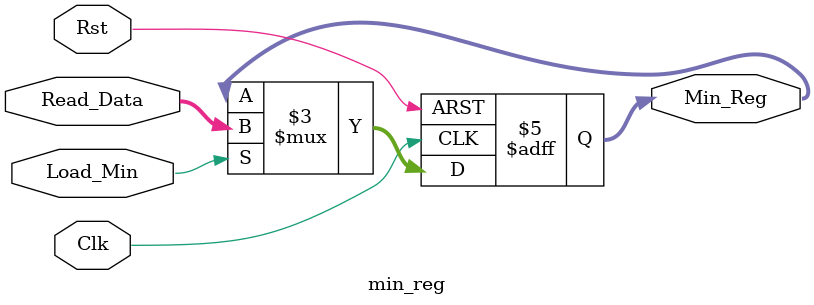
<source format=sv>
`timescale 1ns / 1ps

module min_reg (
  // Clk + Reset
  input   logic         Clk,
  input   logic         Rst,
  // Control Flag From Comparator
  input   logic         Load_Min,
  // Data From Mem Buffer
  input   logic [15:0]  Read_Data,
  // Data To Mux
  output  logic [15:0]  Min_Reg
);

////////////////////////////////////////////////////////////////
///////////////////////   Module Logic   ///////////////////////
////////////////////////////////////////////////////////////////

// Min Val Register
always_ff @(posedge Clk or posedge Rst) begin
  if (Rst) begin
    Min_Reg  <= '0;
  end
  else begin
    if (Load_Min) begin
      Min_Reg <= Read_Data;
    end
    else begin
      Min_Reg <= Min_Reg;
    end
  end
end

////////////////////////////////////////////////////////////////
//////////////////   Instantiation Template   //////////////////
////////////////////////////////////////////////////////////////
/*
min_reg min_reg (
  .Clk(),
  .Rst(),
  .Load_Min(),
  .Read_Data(),
  .Min_Reg()
);
*/
endmodule
</source>
